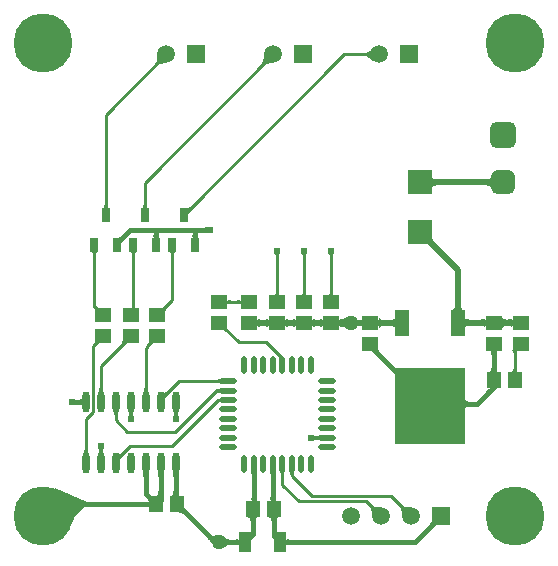
<source format=gtl>
G04*
G04 #@! TF.GenerationSoftware,Altium Limited,Altium Designer,18.1.9 (240)*
G04*
G04 Layer_Physical_Order=1*
G04 Layer_Color=255*
%FSLAX25Y25*%
%MOIN*%
G70*
G01*
G75*
%ADD13C,0.01000*%
%ADD15C,0.02000*%
%ADD18O,0.02362X0.07087*%
%ADD19O,0.02165X0.05906*%
%ADD20O,0.05906X0.02165*%
%ADD21R,0.04567X0.05787*%
%ADD22R,0.05787X0.04567*%
%ADD23R,0.04449X0.07087*%
%ADD24R,0.07874X0.07874*%
%ADD25R,0.23622X0.25591*%
%ADD26R,0.04724X0.08661*%
%ADD27R,0.02756X0.04921*%
%ADD45C,0.01500*%
G04:AMPARAMS|DCode=46|XSize=86.61mil|YSize=86.61mil|CornerRadius=21.65mil|HoleSize=0mil|Usage=FLASHONLY|Rotation=270.000|XOffset=0mil|YOffset=0mil|HoleType=Round|Shape=RoundedRectangle|*
%AMROUNDEDRECTD46*
21,1,0.08661,0.04331,0,0,270.0*
21,1,0.04331,0.08661,0,0,270.0*
1,1,0.04331,-0.02165,-0.02165*
1,1,0.04331,-0.02165,0.02165*
1,1,0.04331,0.02165,0.02165*
1,1,0.04331,0.02165,-0.02165*
%
%ADD46ROUNDEDRECTD46*%
G04:AMPARAMS|DCode=47|XSize=78.74mil|YSize=78.74mil|CornerRadius=19.68mil|HoleSize=0mil|Usage=FLASHONLY|Rotation=270.000|XOffset=0mil|YOffset=0mil|HoleType=Round|Shape=RoundedRectangle|*
%AMROUNDEDRECTD47*
21,1,0.07874,0.03937,0,0,270.0*
21,1,0.03937,0.07874,0,0,270.0*
1,1,0.03937,-0.01968,-0.01968*
1,1,0.03937,-0.01968,0.01968*
1,1,0.03937,0.01968,0.01968*
1,1,0.03937,0.01968,-0.01968*
%
%ADD47ROUNDEDRECTD47*%
%ADD48R,0.05906X0.05906*%
%ADD49C,0.05906*%
%ADD50C,0.02400*%
%ADD51C,0.05000*%
%ADD52C,0.19685*%
G36*
X129624Y171339D02*
X129321Y171636D01*
X128747Y172138D01*
X128475Y172342D01*
X128212Y172514D01*
X127960Y172655D01*
X127718Y172765D01*
X127485Y172843D01*
X127263Y172890D01*
X127050Y172906D01*
Y173906D01*
X127263Y173921D01*
X127485Y173968D01*
X127718Y174047D01*
X127960Y174156D01*
X128212Y174297D01*
X128475Y174470D01*
X128747Y174673D01*
X129321Y175175D01*
X129624Y175472D01*
Y171339D01*
D02*
G37*
G36*
X96270Y170453D02*
X95846Y170450D01*
X95085Y170398D01*
X94748Y170350D01*
X94441Y170286D01*
X94163Y170207D01*
X93914Y170114D01*
X93694Y170005D01*
X93503Y169881D01*
X93342Y169741D01*
X92635Y170449D01*
X92774Y170610D01*
X92898Y170800D01*
X93007Y171020D01*
X93101Y171269D01*
X93180Y171547D01*
X93243Y171854D01*
X93292Y172191D01*
X93343Y172952D01*
X93347Y173376D01*
X96270Y170453D01*
D02*
G37*
G36*
X60837D02*
X60412Y170450D01*
X59652Y170398D01*
X59315Y170350D01*
X59008Y170286D01*
X58730Y170207D01*
X58481Y170114D01*
X58261Y170005D01*
X58070Y169881D01*
X57909Y169741D01*
X57202Y170449D01*
X57341Y170610D01*
X57465Y170800D01*
X57574Y171020D01*
X57668Y171269D01*
X57747Y171547D01*
X57810Y171854D01*
X57859Y172191D01*
X57910Y172952D01*
X57914Y173376D01*
X60837Y170453D01*
D02*
G37*
G36*
X169034Y128769D02*
X169012Y128959D01*
X168950Y129129D01*
X168848Y129279D01*
X168705Y129408D01*
X168522Y129518D01*
X168298Y129608D01*
X168034Y129678D01*
X167730Y129728D01*
X167385Y129758D01*
X166999Y129768D01*
Y131768D01*
X167382Y131778D01*
X167725Y131808D01*
X168027Y131858D01*
X168289Y131928D01*
X168511Y132018D01*
X168692Y132128D01*
X168832Y132258D01*
X168932Y132408D01*
X168992Y132578D01*
X169011Y132768D01*
X169034Y128769D01*
D02*
G37*
G36*
X149433Y132578D02*
X149494Y132408D01*
X149594Y132258D01*
X149735Y132128D01*
X149916Y132018D01*
X150137Y131928D01*
X150399Y131858D01*
X150701Y131808D01*
X151043Y131778D01*
X151425Y131768D01*
Y129768D01*
X151043Y129758D01*
X150701Y129728D01*
X150399Y129678D01*
X150137Y129608D01*
X149916Y129518D01*
X149735Y129408D01*
X149594Y129278D01*
X149494Y129128D01*
X149433Y128958D01*
X149413Y128768D01*
Y132768D01*
X149433Y132578D01*
D02*
G37*
G36*
X54099Y123026D02*
X54114Y122856D01*
X54139Y122706D01*
X54174Y122576D01*
X54219Y122466D01*
X54274Y122376D01*
X54339Y122306D01*
X54414Y122256D01*
X54499Y122226D01*
X54594Y122216D01*
X52594D01*
X52689Y122226D01*
X52774Y122256D01*
X52849Y122306D01*
X52914Y122376D01*
X52969Y122466D01*
X53014Y122576D01*
X53049Y122706D01*
X53074Y122856D01*
X53089Y123026D01*
X53094Y123216D01*
X54094D01*
X54099Y123026D01*
D02*
G37*
G36*
X41099D02*
X41114Y122856D01*
X41139Y122706D01*
X41174Y122576D01*
X41219Y122466D01*
X41274Y122376D01*
X41339Y122306D01*
X41414Y122256D01*
X41499Y122226D01*
X41594Y122216D01*
X39594D01*
X39689Y122226D01*
X39774Y122256D01*
X39849Y122306D01*
X39914Y122376D01*
X39969Y122466D01*
X40014Y122576D01*
X40049Y122706D01*
X40074Y122856D01*
X40089Y123026D01*
X40094Y123216D01*
X41094D01*
X41099Y123026D01*
D02*
G37*
G36*
X68667Y121134D02*
X68531Y120991D01*
X68410Y120848D01*
X68302Y120706D01*
X68209Y120564D01*
X68130Y120422D01*
X68065Y120281D01*
X68015Y120140D01*
X67978Y120000D01*
X67956Y119859D01*
X67948Y119720D01*
X67960Y122216D01*
X68035Y122220D01*
X68109Y122230D01*
X68182Y122246D01*
X68254Y122269D01*
X68325Y122299D01*
X68395Y122336D01*
X68465Y122379D01*
X68533Y122429D01*
X68601Y122485D01*
X68667Y122548D01*
Y121134D01*
D02*
G37*
G36*
X74493Y114160D02*
X74470Y114177D01*
X74433Y114192D01*
X74384Y114206D01*
X74323Y114218D01*
X74249Y114227D01*
X74064Y114242D01*
X73694Y114250D01*
Y115750D01*
X73830Y115751D01*
X74323Y115782D01*
X74384Y115794D01*
X74433Y115808D01*
X74470Y115823D01*
X74493Y115840D01*
Y114160D01*
D02*
G37*
G36*
X71091Y113589D02*
X71140Y113109D01*
X71183Y112914D01*
X71239Y112749D01*
X71306Y112614D01*
X71386Y112509D01*
X71479Y112434D01*
X71583Y112389D01*
X71701Y112374D01*
X68969D01*
X69086Y112389D01*
X69190Y112434D01*
X69283Y112509D01*
X69363Y112614D01*
X69431Y112749D01*
X69486Y112914D01*
X69529Y113109D01*
X69560Y113334D01*
X69578Y113589D01*
X69585Y113874D01*
X71085D01*
X71091Y113589D01*
D02*
G37*
G36*
X58091D02*
X58140Y113109D01*
X58183Y112914D01*
X58239Y112749D01*
X58306Y112614D01*
X58386Y112509D01*
X58479Y112434D01*
X58583Y112389D01*
X58701Y112374D01*
X55969D01*
X56086Y112389D01*
X56190Y112434D01*
X56283Y112509D01*
X56363Y112614D01*
X56431Y112749D01*
X56486Y112914D01*
X56529Y113109D01*
X56560Y113334D01*
X56578Y113589D01*
X56585Y113874D01*
X58085D01*
X58091Y113589D01*
D02*
G37*
G36*
X46761Y111802D02*
X46489Y111519D01*
X46054Y111000D01*
X45891Y110764D01*
X45766Y110544D01*
X45677Y110340D01*
X45625Y110152D01*
X45609Y109979D01*
X45630Y109822D01*
X45689Y109681D01*
X44151Y112362D01*
X44241Y112253D01*
X44358Y112191D01*
X44502Y112179D01*
X44674Y112214D01*
X44872Y112297D01*
X45098Y112428D01*
X45351Y112608D01*
X45631Y112835D01*
X46272Y113435D01*
X46761Y111802D01*
D02*
G37*
G36*
X149312Y112980D02*
X149255Y112796D01*
Y112584D01*
X149312Y112344D01*
X149425Y112075D01*
X149595Y111778D01*
X149821Y111453D01*
X150104Y111099D01*
X150839Y110307D01*
X149425Y108893D01*
X149015Y109289D01*
X148280Y109911D01*
X147954Y110137D01*
X147657Y110307D01*
X147389Y110420D01*
X147148Y110477D01*
X146936D01*
X146752Y110420D01*
X146597Y110307D01*
X149425Y113136D01*
X149312Y112980D01*
D02*
G37*
G36*
X63759Y107478D02*
X63674Y107448D01*
X63599Y107397D01*
X63534Y107327D01*
X63479Y107236D01*
X63434Y107124D01*
X63399Y106993D01*
X63374Y106841D01*
X63359Y106669D01*
X63354Y106477D01*
X62354D01*
X62349Y106669D01*
X62334Y106841D01*
X62309Y106993D01*
X62274Y107124D01*
X62229Y107236D01*
X62174Y107327D01*
X62109Y107397D01*
X62034Y107448D01*
X61949Y107478D01*
X61854Y107489D01*
X63854D01*
X63759Y107478D01*
D02*
G37*
G36*
X50759D02*
X50674Y107448D01*
X50599Y107397D01*
X50534Y107327D01*
X50479Y107236D01*
X50434Y107124D01*
X50399Y106993D01*
X50374Y106841D01*
X50359Y106669D01*
X50354Y106477D01*
X49354D01*
X49349Y106669D01*
X49334Y106841D01*
X49309Y106993D01*
X49274Y107124D01*
X49229Y107236D01*
X49174Y107327D01*
X49109Y107397D01*
X49034Y107448D01*
X48949Y107478D01*
X48854Y107489D01*
X50854D01*
X50759Y107478D01*
D02*
G37*
G36*
X37759D02*
X37674Y107448D01*
X37599Y107397D01*
X37534Y107327D01*
X37479Y107236D01*
X37434Y107124D01*
X37399Y106993D01*
X37374Y106841D01*
X37359Y106669D01*
X37354Y106477D01*
X36354D01*
X36349Y106669D01*
X36334Y106841D01*
X36309Y106993D01*
X36274Y107124D01*
X36229Y107236D01*
X36174Y107327D01*
X36109Y107397D01*
X36034Y107448D01*
X35949Y107478D01*
X35854Y107489D01*
X37854D01*
X37759Y107478D01*
D02*
G37*
G36*
X116567Y107073D02*
X116509Y106998D01*
X116458Y106917D01*
X116414Y106830D01*
X116376Y106738D01*
X116346Y106640D01*
X116322Y106536D01*
X116305Y106426D01*
X116295Y106310D01*
X116291Y106189D01*
X115291D01*
X115288Y106310D01*
X115278Y106426D01*
X115261Y106536D01*
X115237Y106640D01*
X115206Y106738D01*
X115169Y106830D01*
X115125Y106917D01*
X115074Y106998D01*
X115016Y107073D01*
X114951Y107143D01*
X116631D01*
X116567Y107073D01*
D02*
G37*
G36*
X107567D02*
X107509Y106998D01*
X107458Y106917D01*
X107414Y106830D01*
X107376Y106738D01*
X107346Y106640D01*
X107322Y106536D01*
X107305Y106426D01*
X107295Y106310D01*
X107291Y106189D01*
X106291D01*
X106288Y106310D01*
X106278Y106426D01*
X106261Y106536D01*
X106237Y106640D01*
X106206Y106738D01*
X106169Y106830D01*
X106125Y106917D01*
X106074Y106998D01*
X106016Y107073D01*
X105951Y107143D01*
X107631D01*
X107567Y107073D01*
D02*
G37*
G36*
X98567D02*
X98509Y106998D01*
X98458Y106917D01*
X98414Y106830D01*
X98376Y106738D01*
X98346Y106640D01*
X98322Y106536D01*
X98305Y106426D01*
X98295Y106310D01*
X98291Y106189D01*
X97291D01*
X97288Y106310D01*
X97278Y106426D01*
X97261Y106536D01*
X97237Y106640D01*
X97206Y106738D01*
X97169Y106830D01*
X97125Y106917D01*
X97074Y106998D01*
X97016Y107073D01*
X96951Y107143D01*
X98631D01*
X98567Y107073D01*
D02*
G37*
G36*
X116296Y93989D02*
X116311Y93817D01*
X116336Y93665D01*
X116371Y93533D01*
X116416Y93422D01*
X116471Y93331D01*
X116536Y93260D01*
X116611Y93209D01*
X116696Y93179D01*
X116791Y93169D01*
X114791D01*
X114886Y93179D01*
X114971Y93209D01*
X115046Y93260D01*
X115111Y93331D01*
X115166Y93422D01*
X115211Y93533D01*
X115246Y93665D01*
X115271Y93817D01*
X115286Y93989D01*
X115291Y94181D01*
X116291D01*
X116296Y93989D01*
D02*
G37*
G36*
X107296D02*
X107311Y93817D01*
X107336Y93665D01*
X107371Y93533D01*
X107416Y93422D01*
X107471Y93331D01*
X107536Y93260D01*
X107611Y93209D01*
X107696Y93179D01*
X107791Y93169D01*
X105791D01*
X105886Y93179D01*
X105971Y93209D01*
X106046Y93260D01*
X106111Y93331D01*
X106166Y93422D01*
X106211Y93533D01*
X106246Y93665D01*
X106271Y93817D01*
X106286Y93989D01*
X106291Y94181D01*
X107291D01*
X107296Y93989D01*
D02*
G37*
G36*
X98296D02*
X98311Y93817D01*
X98336Y93665D01*
X98371Y93533D01*
X98416Y93422D01*
X98471Y93331D01*
X98536Y93260D01*
X98611Y93209D01*
X98696Y93179D01*
X98791Y93169D01*
X96791D01*
X96886Y93179D01*
X96971Y93209D01*
X97046Y93260D01*
X97111Y93331D01*
X97166Y93422D01*
X97211Y93533D01*
X97246Y93665D01*
X97271Y93817D01*
X97286Y93989D01*
X97291Y94181D01*
X98291D01*
X98296Y93989D01*
D02*
G37*
G36*
X85575Y89910D02*
X85565Y90005D01*
X85535Y90090D01*
X85484Y90165D01*
X85413Y90230D01*
X85322Y90285D01*
X85211Y90330D01*
X85079Y90365D01*
X84927Y90390D01*
X84755Y90405D01*
X84563Y90410D01*
Y91410D01*
X84755Y91415D01*
X84927Y91430D01*
X85079Y91455D01*
X85211Y91490D01*
X85322Y91535D01*
X85413Y91590D01*
X85484Y91655D01*
X85535Y91730D01*
X85565Y91815D01*
X85575Y91910D01*
Y89910D01*
D02*
G37*
G36*
X81325Y91815D02*
X81355Y91730D01*
X81406Y91655D01*
X81476Y91590D01*
X81568Y91535D01*
X81679Y91490D01*
X81810Y91455D01*
X81962Y91430D01*
X82134Y91415D01*
X82327Y91410D01*
Y90410D01*
X82134Y90405D01*
X81962Y90390D01*
X81810Y90365D01*
X81679Y90330D01*
X81568Y90285D01*
X81476Y90230D01*
X81406Y90165D01*
X81355Y90090D01*
X81325Y90005D01*
X81314Y89910D01*
Y91910D01*
X81325Y91815D01*
D02*
G37*
G36*
X50359Y89583D02*
X50374Y89411D01*
X50399Y89259D01*
X50434Y89128D01*
X50479Y89016D01*
X50534Y88925D01*
X50599Y88854D01*
X50674Y88804D01*
X50759Y88774D01*
X50854Y88763D01*
X48854D01*
X48949Y88774D01*
X49034Y88804D01*
X49109Y88854D01*
X49174Y88925D01*
X49229Y89016D01*
X49274Y89128D01*
X49309Y89259D01*
X49334Y89411D01*
X49349Y89583D01*
X49354Y89776D01*
X50354D01*
X50359Y89583D01*
D02*
G37*
G36*
X61439Y89386D02*
X61213Y89152D01*
X60863Y88747D01*
X60739Y88575D01*
X60650Y88423D01*
X60596Y88292D01*
X60575Y88181D01*
X60589Y88091D01*
X60637Y88021D01*
X60720Y87972D01*
X58708Y88763D01*
X58811Y88735D01*
X58924Y88729D01*
X59044Y88746D01*
X59173Y88784D01*
X59311Y88845D01*
X59456Y88928D01*
X59610Y89033D01*
X59772Y89161D01*
X59943Y89311D01*
X60122Y89483D01*
X61439Y89386D01*
D02*
G37*
G36*
X159048Y89861D02*
X159078Y89521D01*
X159128Y89221D01*
X159198Y88961D01*
X159288Y88741D01*
X159398Y88561D01*
X159528Y88421D01*
X159678Y88321D01*
X159848Y88261D01*
X160038Y88241D01*
X156038D01*
X156228Y88261D01*
X156398Y88321D01*
X156548Y88421D01*
X156678Y88561D01*
X156788Y88741D01*
X156878Y88961D01*
X156948Y89221D01*
X156998Y89521D01*
X157028Y89861D01*
X157038Y90241D01*
X159038D01*
X159048Y89861D01*
D02*
G37*
G36*
X37758Y89311D02*
X38091Y89033D01*
X38245Y88928D01*
X38390Y88845D01*
X38527Y88784D01*
X38656Y88746D01*
X38777Y88729D01*
X38889Y88735D01*
X38993Y88763D01*
X36981Y87972D01*
X37066Y88019D01*
X37121Y88081D01*
X37147Y88160D01*
X37143Y88254D01*
X37110Y88363D01*
X37047Y88489D01*
X36955Y88630D01*
X36833Y88786D01*
X36682Y88959D01*
X36501Y89147D01*
X37579Y89483D01*
X37758Y89311D01*
D02*
G37*
G36*
X176118Y82004D02*
X176098Y82194D01*
X176038Y82364D01*
X175938Y82514D01*
X175798Y82644D01*
X175618Y82754D01*
X175398Y82844D01*
X175138Y82914D01*
X174838Y82964D01*
X174500Y82994D01*
X174162Y82964D01*
X173862Y82914D01*
X173602Y82844D01*
X173382Y82754D01*
X173202Y82644D01*
X173062Y82514D01*
X172962Y82364D01*
X172902Y82194D01*
X172882Y82004D01*
Y86004D01*
X172902Y85814D01*
X172962Y85644D01*
X173062Y85494D01*
X173202Y85364D01*
X173382Y85254D01*
X173602Y85164D01*
X173862Y85094D01*
X174162Y85044D01*
X174500Y85014D01*
X174838Y85044D01*
X175138Y85094D01*
X175398Y85164D01*
X175618Y85254D01*
X175798Y85364D01*
X175938Y85494D01*
X176038Y85644D01*
X176098Y85814D01*
X176118Y86004D01*
Y82004D01*
D02*
G37*
G36*
X112910Y81910D02*
X112890Y82100D01*
X112830Y82270D01*
X112730Y82420D01*
X112590Y82550D01*
X112410Y82660D01*
X112190Y82750D01*
X111930Y82820D01*
X111630Y82870D01*
X111290Y82899D01*
X110949Y82870D01*
X110647Y82820D01*
X110385Y82750D01*
X110164Y82660D01*
X109983Y82550D01*
X109842Y82420D01*
X109742Y82270D01*
X109681Y82100D01*
X109661Y81910D01*
Y85910D01*
X109681Y85720D01*
X109742Y85550D01*
X109842Y85400D01*
X109983Y85270D01*
X110164Y85160D01*
X110385Y85070D01*
X110647Y85000D01*
X110949Y84950D01*
X111290Y84920D01*
X111630Y84950D01*
X111930Y85000D01*
X112190Y85070D01*
X112410Y85160D01*
X112590Y85270D01*
X112730Y85400D01*
X112830Y85550D01*
X112890Y85720D01*
X112910Y85910D01*
Y81910D01*
D02*
G37*
G36*
X103910D02*
X103890Y82100D01*
X103830Y82270D01*
X103730Y82420D01*
X103590Y82550D01*
X103410Y82660D01*
X103190Y82750D01*
X102930Y82820D01*
X102630Y82870D01*
X102290Y82899D01*
X101949Y82870D01*
X101647Y82820D01*
X101385Y82750D01*
X101164Y82660D01*
X100983Y82550D01*
X100842Y82420D01*
X100742Y82270D01*
X100681Y82100D01*
X100661Y81910D01*
Y85910D01*
X100681Y85720D01*
X100742Y85550D01*
X100842Y85400D01*
X100983Y85270D01*
X101164Y85160D01*
X101385Y85070D01*
X101647Y85000D01*
X101949Y84950D01*
X102290Y84920D01*
X102630Y84950D01*
X102930Y85000D01*
X103190Y85070D01*
X103410Y85160D01*
X103590Y85270D01*
X103730Y85400D01*
X103830Y85550D01*
X103890Y85720D01*
X103910Y85910D01*
Y81910D01*
D02*
G37*
G36*
X94910D02*
X94890Y82100D01*
X94830Y82270D01*
X94730Y82420D01*
X94590Y82550D01*
X94410Y82660D01*
X94190Y82750D01*
X93930Y82820D01*
X93630Y82870D01*
X93290Y82900D01*
X93118Y82904D01*
X92946Y82900D01*
X92607Y82870D01*
X92307Y82820D01*
X92046Y82750D01*
X91826Y82660D01*
X91646Y82550D01*
X91506Y82420D01*
X91407Y82270D01*
X91347Y82100D01*
X91326Y81910D01*
Y85910D01*
X91347Y85720D01*
X91407Y85550D01*
X91506Y85400D01*
X91646Y85270D01*
X91826Y85160D01*
X92046Y85070D01*
X92307Y85000D01*
X92607Y84950D01*
X92946Y84920D01*
X93118Y84915D01*
X93290Y84920D01*
X93630Y84950D01*
X93930Y85000D01*
X94190Y85070D01*
X94410Y85160D01*
X94590Y85270D01*
X94730Y85400D01*
X94830Y85550D01*
X94890Y85720D01*
X94910Y85910D01*
Y81910D01*
D02*
G37*
G36*
X118681Y85720D02*
X118742Y85550D01*
X118842Y85400D01*
X118983Y85270D01*
X119164Y85160D01*
X119385Y85070D01*
X119481Y85044D01*
X119655Y85103D01*
X119847Y85189D01*
X120028Y85289D01*
X120198Y85405D01*
X120356Y85537D01*
X120503Y85684D01*
X120531Y84913D01*
X120673Y84910D01*
Y82910D01*
X120603Y82908D01*
X120630Y82187D01*
X120472Y82324D01*
X120305Y82447D01*
X120127Y82555D01*
X119939Y82649D01*
X119741Y82729D01*
X119542Y82791D01*
X119385Y82750D01*
X119164Y82660D01*
X118983Y82550D01*
X118842Y82420D01*
X118742Y82270D01*
X118681Y82100D01*
X118661Y81910D01*
Y82908D01*
X118601Y82910D01*
X118522Y84910D01*
X118661Y84914D01*
Y85910D01*
X118681Y85720D01*
D02*
G37*
G36*
X167130Y82004D02*
X167110Y82194D01*
X167050Y82364D01*
X166949Y82514D01*
X166808Y82644D01*
X166627Y82754D01*
X166406Y82844D01*
X166144Y82914D01*
X165843Y82964D01*
X165501Y82994D01*
X165118Y83004D01*
Y85004D01*
X165501Y85014D01*
X165843Y85044D01*
X166144Y85094D01*
X166406Y85164D01*
X166627Y85254D01*
X166808Y85364D01*
X166949Y85494D01*
X167050Y85644D01*
X167110Y85814D01*
X167130Y86004D01*
Y82004D01*
D02*
G37*
G36*
X160396Y85814D02*
X160456Y85644D01*
X160557Y85494D01*
X160698Y85364D01*
X160879Y85254D01*
X161100Y85164D01*
X161362Y85094D01*
X161663Y85044D01*
X162005Y85014D01*
X162388Y85004D01*
Y83004D01*
X162005Y82994D01*
X161663Y82964D01*
X161362Y82914D01*
X161100Y82844D01*
X160879Y82754D01*
X160698Y82644D01*
X160557Y82514D01*
X160456Y82364D01*
X160396Y82194D01*
X160376Y82004D01*
Y86004D01*
X160396Y85814D01*
D02*
G37*
G36*
X137107Y81922D02*
X137086Y82112D01*
X137026Y82282D01*
X136925Y82432D01*
X136785Y82562D01*
X136604Y82672D01*
X136382Y82762D01*
X136121Y82832D01*
X135819Y82882D01*
X135477Y82912D01*
X135095Y82922D01*
Y84922D01*
X135477Y84932D01*
X135819Y84962D01*
X136121Y85012D01*
X136382Y85082D01*
X136604Y85172D01*
X136785Y85282D01*
X136925Y85412D01*
X137026Y85562D01*
X137086Y85732D01*
X137107Y85922D01*
Y81922D01*
D02*
G37*
G36*
X131752Y85732D02*
X131812Y85562D01*
X131912Y85412D01*
X132052Y85282D01*
X132232Y85172D01*
X132452Y85082D01*
X132712Y85012D01*
X133012Y84962D01*
X133352Y84932D01*
X133732Y84922D01*
Y82922D01*
X133352Y82912D01*
X133012Y82882D01*
X132712Y82832D01*
X132452Y82762D01*
X132232Y82672D01*
X132052Y82562D01*
X131912Y82432D01*
X131812Y82282D01*
X131752Y82112D01*
X131732Y81922D01*
Y85922D01*
X131752Y85732D01*
D02*
G37*
G36*
X81232Y82385D02*
X81184Y82315D01*
X81170Y82224D01*
X81190Y82114D01*
X81245Y81982D01*
X81334Y81831D01*
X81457Y81659D01*
X81615Y81466D01*
X82034Y81020D01*
X80716Y80923D01*
X80537Y81095D01*
X80204Y81372D01*
X80051Y81477D01*
X79905Y81560D01*
X79768Y81621D01*
X79639Y81660D01*
X79518Y81676D01*
X79406Y81670D01*
X79302Y81642D01*
X81314Y82434D01*
X81232Y82385D01*
D02*
G37*
G36*
X38993Y77236D02*
X38889Y77265D01*
X38777Y77271D01*
X38656Y77254D01*
X38527Y77216D01*
X38390Y77155D01*
X38245Y77072D01*
X38091Y76967D01*
X37928Y76839D01*
X37758Y76689D01*
X37579Y76517D01*
X36262Y76614D01*
X36488Y76848D01*
X36838Y77253D01*
X36961Y77425D01*
X37050Y77577D01*
X37105Y77708D01*
X37126Y77819D01*
X37111Y77909D01*
X37063Y77979D01*
X36981Y78029D01*
X38993Y77236D01*
D02*
G37*
G36*
X56993Y77236D02*
X56889Y77265D01*
X56777Y77271D01*
X56656Y77254D01*
X56527Y77216D01*
X56390Y77155D01*
X56245Y77072D01*
X56091Y76967D01*
X55928Y76839D01*
X55758Y76689D01*
X55579Y76517D01*
X54262Y76614D01*
X54488Y76848D01*
X54838Y77253D01*
X54961Y77425D01*
X55050Y77577D01*
X55105Y77708D01*
X55125Y77819D01*
X55111Y77909D01*
X55063Y77979D01*
X54981Y78029D01*
X56993Y77236D01*
D02*
G37*
G36*
X48087D02*
X47984Y77265D01*
X47871Y77271D01*
X47751Y77254D01*
X47622Y77216D01*
X47485Y77155D01*
X47339Y77072D01*
X47185Y76967D01*
X47023Y76839D01*
X46852Y76689D01*
X46673Y76517D01*
X45356Y76614D01*
X45582Y76848D01*
X45932Y77253D01*
X46056Y77425D01*
X46145Y77577D01*
X46200Y77708D01*
X46220Y77819D01*
X46206Y77909D01*
X46158Y77979D01*
X46075Y78029D01*
X48087Y77236D01*
D02*
G37*
G36*
X177909Y74726D02*
X177824Y74695D01*
X177749Y74644D01*
X177684Y74573D01*
X177629Y74482D01*
X177584Y74371D01*
X177549Y74239D01*
X177524Y74088D01*
X177509Y73916D01*
X177504Y73725D01*
X176504D01*
X176500Y73914D01*
X176469Y74234D01*
X176442Y74365D01*
X176408Y74475D01*
X176365Y74564D01*
X176315Y74634D01*
X176257Y74685D01*
X176192Y74714D01*
X176118Y74725D01*
X178004Y74736D01*
X177909Y74726D01*
D02*
G37*
G36*
X131732Y74725D02*
X131740Y74661D01*
X131763Y74589D01*
X131801Y74506D01*
X131855Y74415D01*
X131924Y74313D01*
X132009Y74203D01*
X132224Y73952D01*
X132501Y73664D01*
X130380D01*
X130166Y73867D01*
X129953Y74049D01*
X129740Y74209D01*
X129527Y74349D01*
X129315Y74467D01*
X129103Y74563D01*
X128891Y74638D01*
X128680Y74692D01*
X128469Y74725D01*
X128258Y74736D01*
X131732Y74725D01*
D02*
G37*
G36*
X171358Y74721D02*
X171230Y74676D01*
X171117Y74600D01*
X171020Y74495D01*
X170938Y74358D01*
X170870Y74192D01*
X170817Y73996D01*
X170780Y73769D01*
X170757Y73512D01*
X170750Y73225D01*
X169250D01*
X169243Y73512D01*
X169220Y73769D01*
X169183Y73996D01*
X169130Y74192D01*
X169062Y74358D01*
X168980Y74495D01*
X168883Y74600D01*
X168770Y74676D01*
X168642Y74721D01*
X168500Y74736D01*
X171500D01*
X171358Y74721D01*
D02*
G37*
G36*
X98773Y73528D02*
X99141Y73219D01*
X99256Y73141D01*
X99366Y73074D01*
X99471Y73019D01*
X99573Y72977D01*
X99670Y72947D01*
X99764Y72929D01*
X98416Y71772D01*
X98478Y71842D01*
X98512Y71926D01*
X98519Y72023D01*
X98500Y72133D01*
X98453Y72256D01*
X98379Y72392D01*
X98279Y72542D01*
X98151Y72704D01*
X97996Y72879D01*
X97815Y73068D01*
X98642Y73655D01*
X98773Y73528D01*
D02*
G37*
G36*
X177509Y68501D02*
X177524Y68329D01*
X177549Y68177D01*
X177584Y68045D01*
X177629Y67934D01*
X177684Y67843D01*
X177749Y67772D01*
X177824Y67721D01*
X177909Y67691D01*
X178004Y67681D01*
X176004D01*
X176099Y67691D01*
X176184Y67721D01*
X176259Y67772D01*
X176324Y67843D01*
X176379Y67934D01*
X176424Y68045D01*
X176459Y68177D01*
X176484Y68329D01*
X176499Y68501D01*
X176504Y68693D01*
X177504D01*
X177509Y68501D01*
D02*
G37*
G36*
X170757Y68906D02*
X170780Y68649D01*
X170817Y68422D01*
X170870Y68225D01*
X170938Y68059D01*
X171020Y67923D01*
X171117Y67817D01*
X171230Y67741D01*
X171358Y67696D01*
X171500Y67681D01*
X168500D01*
X168642Y67696D01*
X168770Y67741D01*
X168883Y67817D01*
X168980Y67923D01*
X169062Y68059D01*
X169130Y68225D01*
X169183Y68422D01*
X169220Y68649D01*
X169243Y68906D01*
X169250Y69193D01*
X170750D01*
X170757Y68906D01*
D02*
G37*
G36*
X136311Y69865D02*
X136922Y69337D01*
X137181Y69151D01*
X137409Y69018D01*
X137606Y68937D01*
X137771Y68908D01*
X137905Y68931D01*
X138008Y69007D01*
X138079Y69134D01*
X136954Y66041D01*
X136994Y66200D01*
X137001Y66372D01*
X136975Y66555D01*
X136917Y66749D01*
X136826Y66956D01*
X136702Y67173D01*
X136546Y67403D01*
X136357Y67644D01*
X136136Y67897D01*
X135881Y68162D01*
X135958Y70207D01*
X136311Y69865D01*
D02*
G37*
G36*
X139654Y66512D02*
X140025Y66185D01*
X140077Y66150D01*
X140121Y66125D01*
X140158Y66110D01*
X140187Y66106D01*
X138999Y64918D01*
X138994Y64947D01*
X138979Y64983D01*
X138954Y65027D01*
X138919Y65079D01*
X138874Y65138D01*
X138753Y65279D01*
X138497Y65547D01*
X139557Y66607D01*
X139654Y66512D01*
D02*
G37*
G36*
X78964Y63569D02*
X78848Y63651D01*
X78726Y63725D01*
X78599Y63791D01*
X78466Y63847D01*
X78327Y63895D01*
X78184Y63934D01*
X78034Y63965D01*
X77879Y63987D01*
X77718Y64000D01*
X77552Y64004D01*
Y65004D01*
X77718Y65008D01*
X77879Y65021D01*
X78034Y65043D01*
X78184Y65074D01*
X78327Y65113D01*
X78466Y65161D01*
X78599Y65217D01*
X78726Y65282D01*
X78848Y65356D01*
X78964Y65439D01*
Y63569D01*
D02*
G37*
G36*
X141403Y64865D02*
X141418Y64828D01*
X141443Y64784D01*
X141478Y64732D01*
X141523Y64673D01*
X141644Y64532D01*
X141900Y64264D01*
X140840Y63204D01*
X140743Y63299D01*
X140372Y63626D01*
X140320Y63661D01*
X140276Y63686D01*
X140240Y63701D01*
X140211Y63706D01*
X141399Y64894D01*
X141403Y64865D01*
D02*
G37*
G36*
X171335Y61919D02*
X171123Y61887D01*
X170910Y61834D01*
X170698Y61760D01*
X170486Y61664D01*
X170274Y61548D01*
X170062Y61410D01*
X169850Y61251D01*
X169638Y61070D01*
X169425Y60869D01*
X167304D01*
X167499Y61070D01*
X167788Y61410D01*
X167881Y61548D01*
X167940Y61664D01*
X167965Y61760D01*
X167956Y61834D01*
X167913Y61887D01*
X167836Y61919D01*
X167725Y61930D01*
X171547D01*
X171335Y61919D01*
D02*
G37*
G36*
X54450Y61787D02*
X54489Y61324D01*
X54523Y61135D01*
X54567Y60976D01*
X54621Y60846D01*
X54685Y60744D01*
X54759Y60672D01*
X54842Y60628D01*
X54935Y60614D01*
X52954D01*
X53048Y60628D01*
X53131Y60672D01*
X53204Y60744D01*
X53268Y60846D01*
X53322Y60976D01*
X53366Y61135D01*
X53401Y61324D01*
X53425Y61541D01*
X53440Y61787D01*
X53445Y62062D01*
X54445D01*
X54450Y61787D01*
D02*
G37*
G36*
X39450D02*
X39489Y61324D01*
X39523Y61135D01*
X39567Y60976D01*
X39621Y60846D01*
X39685Y60744D01*
X39759Y60672D01*
X39842Y60628D01*
X39935Y60614D01*
X37954D01*
X38048Y60628D01*
X38131Y60672D01*
X38205Y60744D01*
X38268Y60846D01*
X38322Y60976D01*
X38366Y61135D01*
X38401Y61324D01*
X38425Y61541D01*
X38440Y61787D01*
X38445Y62062D01*
X39445D01*
X39450Y61787D01*
D02*
G37*
G36*
X60831Y59692D02*
X60681Y59535D01*
X60432Y59231D01*
X60334Y59084D01*
X60254Y58941D01*
X60190Y58801D01*
X60145Y58665D01*
X60116Y58532D01*
X60105Y58403D01*
X60112Y58278D01*
X59803Y60787D01*
X59826Y60676D01*
X59866Y60596D01*
X59923Y60545D01*
X59996Y60526D01*
X60085Y60537D01*
X60190Y60579D01*
X60312Y60651D01*
X60451Y60754D01*
X60605Y60887D01*
X60776Y61051D01*
X60831Y59692D01*
D02*
G37*
G36*
X78964Y60419D02*
X78848Y60502D01*
X78726Y60576D01*
X78599Y60641D01*
X78466Y60698D01*
X78327Y60746D01*
X78184Y60785D01*
X78034Y60815D01*
X77879Y60837D01*
X77718Y60850D01*
X77552Y60854D01*
Y61854D01*
X77718Y61859D01*
X77879Y61872D01*
X78034Y61894D01*
X78184Y61924D01*
X78327Y61963D01*
X78466Y62011D01*
X78599Y62068D01*
X78726Y62133D01*
X78848Y62207D01*
X78964Y62290D01*
Y60419D01*
D02*
G37*
G36*
X145154Y61012D02*
X145525Y60685D01*
X145577Y60650D01*
X145621Y60625D01*
X145658Y60610D01*
X145687Y60606D01*
X144499Y59418D01*
X144494Y59447D01*
X144479Y59483D01*
X144454Y59527D01*
X144419Y59579D01*
X144374Y59638D01*
X144253Y59779D01*
X143997Y60047D01*
X145057Y61107D01*
X145154Y61012D01*
D02*
G37*
G36*
X146903Y59365D02*
X146918Y59328D01*
X146943Y59284D01*
X146978Y59232D01*
X147023Y59173D01*
X147144Y59032D01*
X147400Y58764D01*
X146340Y57704D01*
X146243Y57799D01*
X145872Y58126D01*
X145820Y58161D01*
X145776Y58186D01*
X145740Y58201D01*
X145711Y58206D01*
X146898Y59394D01*
X146903Y59365D01*
D02*
G37*
G36*
X30231Y58323D02*
X30268Y58308D01*
X30316Y58294D01*
X30378Y58282D01*
X30451Y58272D01*
X30636Y58258D01*
X31007Y58250D01*
Y56750D01*
X30871Y56749D01*
X30378Y56718D01*
X30316Y56706D01*
X30268Y56692D01*
X30231Y56677D01*
X30207Y56660D01*
Y58340D01*
X30231Y58323D01*
D02*
G37*
G36*
X32778Y56000D02*
X32763Y56142D01*
X32717Y56270D01*
X32642Y56383D01*
X32536Y56480D01*
X32400Y56563D01*
X32233Y56630D01*
X32037Y56682D01*
X31810Y56720D01*
X31553Y56743D01*
X31266Y56750D01*
Y58250D01*
X31553Y58258D01*
X31810Y58280D01*
X32037Y58318D01*
X32233Y58370D01*
X32400Y58438D01*
X32536Y58520D01*
X32642Y58618D01*
X32717Y58730D01*
X32763Y58858D01*
X32778Y59000D01*
Y56000D01*
D02*
G37*
G36*
X160543Y58257D02*
X160589Y58130D01*
X160664Y58017D01*
X160770Y57919D01*
X160906Y57837D01*
X161073Y57769D01*
X161269Y57717D01*
X161496Y57679D01*
X161753Y57657D01*
X162040Y57649D01*
Y56149D01*
X161753Y56142D01*
X161496Y56119D01*
X161269Y56082D01*
X161073Y56029D01*
X160906Y55962D01*
X160770Y55879D01*
X160664Y55782D01*
X160589Y55669D01*
X160543Y55542D01*
X160528Y55400D01*
Y58399D01*
X160543Y58257D01*
D02*
G37*
G36*
X44842Y54655D02*
X44759Y54612D01*
X44685Y54539D01*
X44621Y54438D01*
X44567Y54308D01*
X44523Y54148D01*
X44489Y53960D01*
X44464Y53743D01*
X44450Y53496D01*
X44445Y53221D01*
X43445D01*
X43440Y53496D01*
X43401Y53960D01*
X43366Y54148D01*
X43322Y54308D01*
X43268Y54438D01*
X43205Y54539D01*
X43131Y54612D01*
X43047Y54655D01*
X42954Y54670D01*
X44935D01*
X44842Y54655D01*
D02*
G37*
G36*
X64842D02*
X64759Y54612D01*
X64685Y54539D01*
X64621Y54438D01*
X64567Y54308D01*
X64523Y54148D01*
X64489Y53960D01*
X64464Y53743D01*
X64456Y53601D01*
X64458Y53574D01*
X64475Y53464D01*
X64499Y53360D01*
X64530Y53262D01*
X64567Y53170D01*
X64611Y53083D01*
X64662Y53002D01*
X64720Y52926D01*
X64785Y52857D01*
X63105D01*
X63169Y52926D01*
X63227Y53002D01*
X63278Y53083D01*
X63322Y53170D01*
X63360Y53262D01*
X63390Y53360D01*
X63414Y53464D01*
X63431Y53574D01*
X63432Y53586D01*
X63401Y53960D01*
X63366Y54148D01*
X63322Y54308D01*
X63268Y54438D01*
X63204Y54539D01*
X63131Y54612D01*
X63047Y54655D01*
X62954Y54670D01*
X64935D01*
X64842Y54655D01*
D02*
G37*
G36*
X49842D02*
X49759Y54612D01*
X49685Y54539D01*
X49621Y54438D01*
X49567Y54308D01*
X49523Y54148D01*
X49489Y53960D01*
X49464Y53743D01*
X49456Y53601D01*
X49458Y53574D01*
X49475Y53464D01*
X49499Y53360D01*
X49530Y53262D01*
X49567Y53170D01*
X49611Y53083D01*
X49662Y53002D01*
X49720Y52926D01*
X49785Y52857D01*
X48105D01*
X48169Y52926D01*
X48227Y53002D01*
X48278Y53083D01*
X48322Y53170D01*
X48360Y53262D01*
X48390Y53360D01*
X48414Y53464D01*
X48431Y53574D01*
X48432Y53586D01*
X48401Y53960D01*
X48366Y54148D01*
X48322Y54308D01*
X48268Y54438D01*
X48204Y54539D01*
X48131Y54612D01*
X48048Y54655D01*
X47954Y54670D01*
X49935D01*
X49842Y54655D01*
D02*
G37*
G36*
X112035Y44671D02*
X111919Y44754D01*
X111797Y44828D01*
X111670Y44893D01*
X111537Y44950D01*
X111398Y44998D01*
X111254Y45037D01*
X111105Y45067D01*
X110950Y45089D01*
X110789Y45102D01*
X110686Y45105D01*
X110623Y45103D01*
X110507Y45093D01*
X110397Y45076D01*
X110293Y45052D01*
X110195Y45021D01*
X110103Y44984D01*
X110016Y44940D01*
X109935Y44889D01*
X109860Y44831D01*
X109790Y44766D01*
Y46446D01*
X109860Y46382D01*
X109935Y46324D01*
X110016Y46273D01*
X110103Y46229D01*
X110195Y46191D01*
X110293Y46161D01*
X110397Y46137D01*
X110507Y46120D01*
X110623Y46110D01*
X110686Y46108D01*
X110789Y46111D01*
X110950Y46124D01*
X111105Y46146D01*
X111254Y46176D01*
X111398Y46215D01*
X111537Y46263D01*
X111670Y46320D01*
X111797Y46385D01*
X111919Y46459D01*
X112035Y46542D01*
Y44671D01*
D02*
G37*
G36*
X34450Y41315D02*
X34489Y40851D01*
X34523Y40663D01*
X34567Y40504D01*
X34621Y40373D01*
X34685Y40272D01*
X34759Y40200D01*
X34842Y40156D01*
X34935Y40141D01*
X32954D01*
X33048Y40156D01*
X33131Y40200D01*
X33204Y40272D01*
X33268Y40373D01*
X33322Y40504D01*
X33366Y40663D01*
X33401Y40851D01*
X33425Y41069D01*
X33440Y41315D01*
X33445Y41590D01*
X34445D01*
X34450Y41315D01*
D02*
G37*
G36*
X39775Y42074D02*
X39718Y41998D01*
X39667Y41917D01*
X39622Y41830D01*
X39585Y41738D01*
X39554Y41640D01*
X39531Y41536D01*
X39514Y41426D01*
X39508Y41363D01*
X39519Y41241D01*
X39542Y41085D01*
X39575Y40933D01*
X39617Y40786D01*
X39668Y40644D01*
X39728Y40506D01*
X39798Y40373D01*
X39878Y40245D01*
X39966Y40121D01*
X38010Y40214D01*
X38103Y40223D01*
X38186Y40262D01*
X38260Y40330D01*
X38323Y40426D01*
X38377Y40552D01*
X38421Y40706D01*
X38456Y40889D01*
X38480Y41102D01*
X38495Y41334D01*
X38486Y41426D01*
X38469Y41536D01*
X38446Y41640D01*
X38415Y41738D01*
X38378Y41830D01*
X38333Y41917D01*
X38282Y41998D01*
X38225Y42074D01*
X38160Y42143D01*
X39840D01*
X39775Y42074D01*
D02*
G37*
G36*
X45831Y39220D02*
X45681Y39062D01*
X45432Y38758D01*
X45334Y38612D01*
X45254Y38468D01*
X45190Y38329D01*
X45145Y38192D01*
X45116Y38060D01*
X45105Y37931D01*
X45112Y37805D01*
X44802Y40314D01*
X44826Y40203D01*
X44866Y40123D01*
X44923Y40073D01*
X44996Y40054D01*
X45085Y40065D01*
X45191Y40107D01*
X45312Y40179D01*
X45451Y40282D01*
X45605Y40415D01*
X45776Y40579D01*
X45831Y39220D01*
D02*
G37*
G36*
X103486Y34419D02*
X103412Y34297D01*
X103347Y34170D01*
X103290Y34037D01*
X103243Y33898D01*
X103203Y33755D01*
X103173Y33605D01*
X103151Y33450D01*
X103138Y33289D01*
X103134Y33123D01*
X102134D01*
X102129Y33289D01*
X102116Y33450D01*
X102095Y33605D01*
X102064Y33755D01*
X102025Y33898D01*
X101977Y34037D01*
X101920Y34170D01*
X101855Y34297D01*
X101781Y34419D01*
X101699Y34535D01*
X103569D01*
X103486Y34419D01*
D02*
G37*
G36*
X100337D02*
X100263Y34297D01*
X100198Y34170D01*
X100141Y34037D01*
X100093Y33898D01*
X100054Y33755D01*
X100023Y33605D01*
X100002Y33450D01*
X99989Y33289D01*
X99984Y33123D01*
X98984D01*
X98980Y33289D01*
X98967Y33450D01*
X98945Y33605D01*
X98915Y33755D01*
X98875Y33898D01*
X98827Y34037D01*
X98771Y34170D01*
X98706Y34297D01*
X98632Y34419D01*
X98549Y34535D01*
X100419D01*
X100337Y34419D01*
D02*
G37*
G36*
X97235Y34474D02*
X97203Y34388D01*
X97175Y34277D01*
X97151Y34142D01*
X97114Y33795D01*
X97092Y33348D01*
X97085Y32801D01*
X95585D01*
X95583Y33087D01*
X95518Y34142D01*
X95494Y34277D01*
X95466Y34388D01*
X95435Y34474D01*
X95399Y34535D01*
X97270D01*
X97235Y34474D01*
D02*
G37*
G36*
X90935D02*
X90904Y34388D01*
X90876Y34277D01*
X90852Y34142D01*
X90815Y33795D01*
X90793Y33348D01*
X90785Y32801D01*
X89285D01*
X89284Y33087D01*
X89219Y34142D01*
X89195Y34277D01*
X89167Y34388D01*
X89135Y34474D01*
X89100Y34535D01*
X90971D01*
X90935Y34474D01*
D02*
G37*
G36*
X64915Y34136D02*
X64868Y34032D01*
X64828Y33906D01*
X64792Y33759D01*
X64763Y33589D01*
X64719Y33183D01*
X64697Y32689D01*
X64695Y32409D01*
X63195D01*
X63192Y32689D01*
X63127Y33589D01*
X63097Y33759D01*
X63062Y33906D01*
X63021Y34032D01*
X62975Y34136D01*
X62924Y34218D01*
X64966D01*
X64915Y34136D01*
D02*
G37*
G36*
X59914D02*
X59868Y34032D01*
X59828Y33906D01*
X59792Y33759D01*
X59763Y33589D01*
X59719Y33183D01*
X59698Y32689D01*
X59695Y32409D01*
X58195D01*
X58192Y32689D01*
X58127Y33589D01*
X58097Y33759D01*
X58062Y33906D01*
X58021Y34032D01*
X57975Y34136D01*
X57924Y34218D01*
X59966D01*
X59914Y34136D01*
D02*
G37*
G36*
X54914D02*
X54868Y34032D01*
X54828Y33906D01*
X54792Y33759D01*
X54763Y33589D01*
X54719Y33183D01*
X54698Y32689D01*
X54695Y32409D01*
X53195D01*
X53192Y32689D01*
X53127Y33589D01*
X53097Y33759D01*
X53062Y33906D01*
X53021Y34032D01*
X52975Y34136D01*
X52924Y34218D01*
X54966D01*
X54914Y34136D01*
D02*
G37*
G36*
X64702Y27502D02*
X64725Y27247D01*
X64762Y27022D01*
X64815Y26827D01*
X64882Y26662D01*
X64965Y26527D01*
X65062Y26422D01*
X65175Y26347D01*
X65302Y26302D01*
X65445Y26287D01*
X62445D01*
X62587Y26302D01*
X62715Y26347D01*
X62827Y26422D01*
X62925Y26527D01*
X63007Y26662D01*
X63075Y26827D01*
X63127Y27022D01*
X63165Y27247D01*
X63187Y27502D01*
X63195Y27787D01*
X64695D01*
X64702Y27502D01*
D02*
G37*
G36*
X59712Y26287D02*
X57445D01*
X57587Y26302D01*
X57715Y26347D01*
X57827Y26422D01*
X57925Y26527D01*
X58007Y26662D01*
X58075Y26827D01*
X58127Y27022D01*
X58165Y27247D01*
X58187Y27502D01*
X58195Y27787D01*
X59695D01*
X59712Y26287D01*
D02*
G37*
G36*
X97092Y26002D02*
X97115Y25747D01*
X97152Y25522D01*
X97205Y25327D01*
X97272Y25162D01*
X97355Y25027D01*
X97452Y24922D01*
X97565Y24847D01*
X97692Y24802D01*
X97835Y24787D01*
X94835D01*
X94977Y24802D01*
X95105Y24847D01*
X95217Y24922D01*
X95315Y25027D01*
X95397Y25162D01*
X95465Y25327D01*
X95517Y25522D01*
X95555Y25747D01*
X95577Y26002D01*
X95585Y26287D01*
X97085D01*
X97092Y26002D01*
D02*
G37*
G36*
X90793D02*
X90815Y25747D01*
X90853Y25522D01*
X90905Y25327D01*
X90973Y25162D01*
X91055Y25027D01*
X91153Y24922D01*
X91265Y24847D01*
X91393Y24802D01*
X91535Y24787D01*
X88535D01*
X88678Y24802D01*
X88805Y24847D01*
X88918Y24922D01*
X89015Y25027D01*
X89098Y25162D01*
X89165Y25327D01*
X89218Y25522D01*
X89255Y25747D01*
X89278Y26002D01*
X89285Y26287D01*
X90785D01*
X90793Y26002D01*
D02*
G37*
G36*
X54895Y27022D02*
X55484Y26517D01*
X55738Y26337D01*
X55964Y26205D01*
X56162Y26122D01*
X56333Y26088D01*
X56476Y26102D01*
X56592Y26164D01*
X56681Y26275D01*
X55181Y23556D01*
X55238Y23699D01*
X55258Y23857D01*
X55241Y24031D01*
X55189Y24220D01*
X55181Y24236D01*
Y21906D01*
X55166Y22048D01*
X55121Y22176D01*
X55045Y22288D01*
X54940Y22386D01*
X54803Y22468D01*
X54637Y22536D01*
X54440Y22588D01*
X54214Y22626D01*
X53957Y22648D01*
X53669Y22656D01*
Y24156D01*
X53957Y24163D01*
X54214Y24186D01*
X54440Y24223D01*
X54637Y24276D01*
X54803Y24343D01*
X54940Y24426D01*
X55044Y24522D01*
X54974Y24644D01*
X54812Y24879D01*
X54614Y25130D01*
X54380Y25396D01*
X54109Y25677D01*
X54559Y27348D01*
X54895Y27022D01*
D02*
G37*
G36*
X139555Y23025D02*
X139745Y22901D01*
X139965Y22792D01*
X140214Y22698D01*
X140492Y22619D01*
X140799Y22556D01*
X141136Y22507D01*
X141897Y22456D01*
X142321Y22453D01*
X139398Y19530D01*
X139395Y19954D01*
X139343Y20715D01*
X139295Y21051D01*
X139231Y21358D01*
X139152Y21636D01*
X139058Y21885D01*
X138950Y22105D01*
X138826Y22296D01*
X138686Y22457D01*
X139393Y23164D01*
X139555Y23025D01*
D02*
G37*
G36*
X129555D02*
X129745Y22901D01*
X129965Y22792D01*
X130214Y22698D01*
X130492Y22619D01*
X130799Y22556D01*
X131136Y22507D01*
X131897Y22456D01*
X132321Y22453D01*
X129398Y19530D01*
X129395Y19954D01*
X129343Y20715D01*
X129295Y21051D01*
X129231Y21358D01*
X129152Y21636D01*
X129058Y21885D01*
X128949Y22105D01*
X128825Y22296D01*
X128686Y22457D01*
X129393Y23164D01*
X129555Y23025D01*
D02*
G37*
G36*
X66652Y23112D02*
X66632Y22954D01*
X66648Y22781D01*
X66701Y22592D01*
X66790Y22387D01*
X66916Y22167D01*
X67077Y21932D01*
X67276Y21681D01*
X67510Y21416D01*
X67781Y21134D01*
X67330Y19463D01*
X66995Y19789D01*
X66405Y20294D01*
X66152Y20474D01*
X65926Y20606D01*
X65727Y20689D01*
X65557Y20723D01*
X65413Y20709D01*
X65297Y20647D01*
X65209Y20536D01*
X66708Y23255D01*
X66652Y23112D01*
D02*
G37*
G36*
X98046Y19021D02*
X97919Y18975D01*
X97807Y18900D01*
X97709Y18794D01*
X97627Y18658D01*
X97559Y18492D01*
X97506Y18295D01*
X97469Y18068D01*
X97447Y17811D01*
X97439Y17524D01*
X95939D01*
X95932Y17811D01*
X95909Y18068D01*
X95872Y18295D01*
X95819Y18492D01*
X95752Y18658D01*
X95669Y18794D01*
X95572Y18900D01*
X95459Y18975D01*
X95332Y19021D01*
X95189Y19036D01*
X98189D01*
X98046Y19021D01*
D02*
G37*
G36*
X91039D02*
X90911Y18975D01*
X90798Y18900D01*
X90701Y18794D01*
X90618Y18658D01*
X90551Y18492D01*
X90499Y18295D01*
X90461Y18068D01*
X90438Y17811D01*
X90431Y17524D01*
X88931D01*
X88924Y17811D01*
X88901Y18068D01*
X88863Y18295D01*
X88811Y18492D01*
X88744Y18658D01*
X88661Y18794D01*
X88564Y18900D01*
X88451Y18975D01*
X88323Y19021D01*
X88181Y19036D01*
X91181D01*
X91039Y19021D01*
D02*
G37*
G36*
X151531Y16559D02*
X151414Y16644D01*
X151276Y16687D01*
X151117D01*
X150937Y16644D01*
X150735Y16559D01*
X150513Y16432D01*
X150269Y16262D01*
X150004Y16050D01*
X149410Y15499D01*
X148349Y16559D01*
X148646Y16867D01*
X149113Y17418D01*
X149282Y17662D01*
X149410Y17885D01*
X149495Y18087D01*
X149537Y18267D01*
Y18426D01*
X149495Y18564D01*
X149410Y18681D01*
X151531Y16559D01*
D02*
G37*
G36*
X34359Y24156D02*
X34974Y22656D01*
X34292Y22589D01*
X33625Y22388D01*
X32972Y22053D01*
X32333Y21585D01*
X31708Y20983D01*
X31097Y20246D01*
X30501Y19376D01*
X29919Y18373D01*
X29351Y17235D01*
X28797Y15964D01*
X23588Y28721D01*
X34359Y24156D01*
D02*
G37*
G36*
X97447Y15652D02*
X97469Y15397D01*
X97506Y15172D01*
X97559Y14977D01*
X97627Y14812D01*
X97709Y14677D01*
X97807Y14572D01*
X97919Y14497D01*
X98046Y14452D01*
X98189Y14437D01*
X96599D01*
X96473Y14452D01*
X96361Y14497D01*
X96262Y14572D01*
X96176Y14677D01*
X96104Y14812D01*
X96044Y14977D01*
X95998Y15172D01*
X95965Y15397D01*
X95946Y15652D01*
X95939Y15937D01*
X97439D01*
X97447Y15652D01*
D02*
G37*
G36*
X89233Y14077D02*
X89247Y14067D01*
X89258Y14049D01*
X89267Y14024D01*
X89274Y13990D01*
X89278Y13948D01*
X89279Y13910D01*
X89151Y14038D01*
X89175Y14060D01*
X89197Y14074D01*
X89216Y14080D01*
X89233Y14077D01*
D02*
G37*
G36*
X90211Y12978D02*
X90034Y12803D01*
X89512Y12352D01*
X89428Y12300D01*
X89363Y12273D01*
X89316Y12270D01*
X89288Y12292D01*
X89279Y12338D01*
Y13898D01*
X89279Y13910D01*
X90211Y12978D01*
D02*
G37*
G36*
X75587Y13344D02*
X75767Y13213D01*
X75951Y13109D01*
X76139Y13033D01*
X76332Y12985D01*
X76530Y12965D01*
X76732Y12972D01*
X76938Y13007D01*
X77149Y13070D01*
X77364Y13160D01*
X76156Y9899D01*
X76039Y10157D01*
X75675Y10853D01*
X75549Y11060D01*
X75290Y11437D01*
X75157Y11607D01*
X74885Y11909D01*
X75412Y13503D01*
X75587Y13344D01*
D02*
G37*
G36*
X101026Y12263D02*
X101072Y12136D01*
X101147Y12023D01*
X101253Y11926D01*
X101389Y11843D01*
X101556Y11776D01*
X101752Y11723D01*
X101979Y11686D01*
X102236Y11663D01*
X102523Y11656D01*
Y10156D01*
X102236Y10148D01*
X101979Y10126D01*
X101752Y10088D01*
X101556Y10036D01*
X101389Y9968D01*
X101253Y9886D01*
X101147Y9788D01*
X101072Y9676D01*
X101026Y9548D01*
X101011Y9406D01*
Y12406D01*
X101026Y12263D01*
D02*
G37*
G36*
X84878Y9406D02*
X84863Y9548D01*
X84818Y9676D01*
X84742Y9788D01*
X84636Y9886D01*
X84500Y9968D01*
X84334Y10036D01*
X84137Y10088D01*
X83911Y10126D01*
X83653Y10148D01*
X83366Y10156D01*
Y11656D01*
X83653Y11663D01*
X83911Y11686D01*
X84137Y11723D01*
X84334Y11776D01*
X84500Y11843D01*
X84636Y11926D01*
X84742Y12023D01*
X84818Y12136D01*
X84863Y12263D01*
X84878Y12406D01*
Y9406D01*
D02*
G37*
G36*
X80428Y12466D02*
X80628Y12296D01*
X80831Y12146D01*
X81037Y12016D01*
X81245Y11906D01*
X81457Y11816D01*
X81671Y11746D01*
X81888Y11696D01*
X82107Y11666D01*
X82330Y11656D01*
Y10156D01*
X82107Y10146D01*
X81888Y10116D01*
X81671Y10066D01*
X81457Y9996D01*
X81245Y9906D01*
X81037Y9796D01*
X80831Y9666D01*
X80628Y9516D01*
X80428Y9346D01*
X80230Y9156D01*
Y12656D01*
X80428Y12466D01*
D02*
G37*
D13*
X84941Y77406D02*
X94184D01*
X78445Y83902D02*
X84941Y77406D01*
X94184D02*
X99484Y72106D01*
Y70016D02*
Y72106D01*
X62850Y43000D02*
X78055Y58205D01*
X48904Y43000D02*
X62850D01*
X43945Y38040D02*
X48904Y43000D01*
X63594Y47500D02*
X77449Y61354D01*
X43945Y51390D02*
Y57642D01*
Y51390D02*
X47835Y47500D01*
X63594D01*
X77449Y61354D02*
X81374D01*
X38945Y37169D02*
X39000Y37225D01*
Y43000D01*
X63945Y52000D02*
Y57642D01*
X48945Y52000D02*
Y57642D01*
X177004Y75000D02*
X179000Y76996D01*
X177004Y64811D02*
Y75000D01*
X135645Y26206D02*
X142350Y19500D01*
X109265Y26206D02*
X135645D01*
X127445Y24406D02*
X132350Y19500D01*
X104945Y24406D02*
X127445D01*
X148199Y56905D02*
X148741Y56905D01*
X40594Y119768D02*
Y153134D01*
X60866Y173406D01*
X120232D02*
X131732D01*
X66594Y119768D02*
X120232Y173406D01*
X53594Y130701D02*
X96299Y173406D01*
X53594Y119768D02*
Y130701D01*
X97791Y90909D02*
Y108000D01*
X115791Y90909D02*
Y108000D01*
X106791Y90909D02*
Y108000D01*
X48945Y57642D02*
X49244Y57343D01*
X108933Y45606D02*
X114445D01*
X38945Y37169D02*
Y38040D01*
X43945Y37169D02*
Y38040D01*
X78055Y58205D02*
X81374D01*
X58945Y58513D02*
X64936Y64504D01*
X81374D01*
X58945Y57642D02*
Y58513D01*
X36426Y54252D02*
Y76072D01*
X39850Y79496D01*
X33945Y51771D02*
X36426Y54252D01*
X33945Y37169D02*
Y51771D01*
X38945Y69496D02*
X48945Y79496D01*
X38945Y57642D02*
Y69496D01*
X53945Y75590D02*
X57850Y79496D01*
X53945Y57642D02*
Y75590D01*
X88445Y90910D02*
X88445Y90909D01*
X78445Y90910D02*
X88445D01*
X36854Y89500D02*
X39850Y86504D01*
X36854Y89500D02*
Y109925D01*
X48945Y86504D02*
X49854Y87413D01*
Y109925D01*
X57850Y86504D02*
X62854Y91508D01*
Y109925D01*
X102634Y32837D02*
X109265Y26206D01*
X102634Y32837D02*
Y36945D01*
X99484Y29866D02*
X104945Y24406D01*
X99484Y29866D02*
Y36945D01*
D15*
X158038Y83922D02*
Y101695D01*
X145500Y114232D02*
X158038Y101695D01*
X172799Y130768D02*
X172941Y130910D01*
X145500Y130768D02*
X172799D01*
X170000Y84004D02*
X179000D01*
X158120D02*
X170000D01*
X158038Y83922D02*
X158120Y84004D01*
X171181Y130910D02*
X172941D01*
X88453Y83910D02*
X125445D01*
Y83922D02*
X139428D01*
X88445Y83902D02*
X88453Y83910D01*
X139428Y83922D02*
X139445Y83906D01*
D18*
X63945Y57642D02*
D03*
X58945D02*
D03*
X53945D02*
D03*
X48945D02*
D03*
X43945D02*
D03*
X38945D02*
D03*
X33945D02*
D03*
X63945Y37169D02*
D03*
X58945D02*
D03*
X53945D02*
D03*
X48945D02*
D03*
X43945D02*
D03*
X38945D02*
D03*
X33945D02*
D03*
D19*
X86886Y70016D02*
D03*
X90035D02*
D03*
X93185D02*
D03*
X96335D02*
D03*
X99484D02*
D03*
X102634D02*
D03*
X105783D02*
D03*
X108933D02*
D03*
Y36945D02*
D03*
X105783D02*
D03*
X102634D02*
D03*
X99484D02*
D03*
X96335D02*
D03*
X93185D02*
D03*
X90035D02*
D03*
X86886D02*
D03*
D20*
X114445Y64504D02*
D03*
Y61354D02*
D03*
Y58205D02*
D03*
Y55055D02*
D03*
Y51906D02*
D03*
Y48756D02*
D03*
Y45606D02*
D03*
Y42457D02*
D03*
X81374D02*
D03*
Y45606D02*
D03*
Y48756D02*
D03*
Y51906D02*
D03*
Y55055D02*
D03*
Y58205D02*
D03*
Y61354D02*
D03*
Y64504D02*
D03*
D21*
X57441Y23406D02*
D03*
X64449D02*
D03*
X89681Y21906D02*
D03*
X96689D02*
D03*
X177004Y64811D02*
D03*
X169996D02*
D03*
D22*
X88445Y83902D02*
D03*
Y90909D02*
D03*
X57850Y86504D02*
D03*
Y79496D02*
D03*
X48945Y86504D02*
D03*
Y79496D02*
D03*
X39850Y86504D02*
D03*
Y79496D02*
D03*
X128850Y84004D02*
D03*
Y76996D02*
D03*
X170000Y84004D02*
D03*
Y76996D02*
D03*
X78445Y83902D02*
D03*
Y90910D02*
D03*
X97791Y83902D02*
D03*
Y90909D02*
D03*
X106791Y83902D02*
D03*
Y90909D02*
D03*
X179000Y84004D02*
D03*
Y76996D02*
D03*
X115791Y90909D02*
D03*
Y83902D02*
D03*
D23*
X98811Y10906D02*
D03*
X87079D02*
D03*
D24*
X145500Y114232D02*
D03*
Y130768D02*
D03*
D25*
X148741Y56363D02*
D03*
D26*
X158038Y83922D02*
D03*
X139445Y83906D02*
D03*
D27*
X40594Y119768D02*
D03*
X44335Y109925D02*
D03*
X36854D02*
D03*
X53594Y119768D02*
D03*
X57335Y109925D02*
D03*
X49854D02*
D03*
X66594Y119768D02*
D03*
X70335Y109925D02*
D03*
X62854D02*
D03*
D45*
X98811Y10906D02*
X143756D01*
X152350Y19500D01*
X170000Y62504D02*
Y71500D01*
X170000Y71500D02*
X170000Y71500D01*
X170000Y71500D02*
Y76996D01*
X148741Y56905D02*
X164394Y56898D01*
X96335Y21906D02*
Y36945D01*
X164394Y56898D02*
X170000Y62504D01*
X145699Y59406D02*
X148199Y56905D01*
X140199Y64906D02*
X145699Y59406D01*
X128850Y76254D02*
X140199Y64906D01*
X19685Y19685D02*
X23406Y23406D01*
X57441D01*
X76949Y10906D02*
X78445D01*
X64449Y23406D02*
X76949Y10906D01*
X53945Y26902D02*
X57441Y23406D01*
X53945Y26902D02*
Y37169D01*
X57441Y23406D02*
X58945Y24909D01*
Y37169D01*
X63945Y23910D02*
X64449Y23406D01*
X63945Y23910D02*
Y37169D01*
X69850Y115000D02*
X75350D01*
X57850D02*
X69850D01*
X70335Y114516D01*
Y109925D02*
Y114516D01*
X48898Y115000D02*
X57850D01*
X57335Y114484D02*
X57850Y115000D01*
X57335Y109925D02*
Y114484D01*
X44335Y109925D02*
Y110436D01*
X48898Y115000D01*
X33803Y57500D02*
X33945Y57642D01*
X29350Y57500D02*
X33803D01*
X148199Y56905D02*
X148741Y56363D01*
X128850Y76254D02*
Y76996D01*
X78445Y10906D02*
X87079D01*
X90035Y21906D02*
Y36945D01*
X87079Y10906D02*
X89681Y13508D01*
Y21906D01*
X96689Y13028D02*
X98811Y10906D01*
X96689Y13028D02*
Y21906D01*
X145983Y56363D02*
X148741D01*
D46*
X172941Y146500D02*
D03*
D47*
Y130910D02*
D03*
D48*
X152350Y19500D02*
D03*
X141732Y173406D02*
D03*
X106299D02*
D03*
X70866D02*
D03*
D49*
X142350Y19500D02*
D03*
X132350D02*
D03*
X122350D02*
D03*
X131732Y173406D02*
D03*
X96299D02*
D03*
X60866D02*
D03*
D50*
X48945Y52000D02*
D03*
X39000Y43000D02*
D03*
X63945Y52000D02*
D03*
X115791Y108000D02*
D03*
X106791D02*
D03*
X97791D02*
D03*
X75350Y115000D02*
D03*
X108933Y45606D02*
D03*
X156539Y64811D02*
D03*
X140199Y64906D02*
D03*
X145699Y59406D02*
D03*
X151039D02*
D03*
X140177D02*
D03*
X29350Y57500D02*
D03*
X140177Y46906D02*
D03*
X145445D02*
D03*
X150945D02*
D03*
X156445D02*
D03*
Y52906D02*
D03*
X150945Y53406D02*
D03*
X145445D02*
D03*
X140177D02*
D03*
X156445Y59406D02*
D03*
X150945Y64906D02*
D03*
X145445D02*
D03*
D51*
X122350Y84000D02*
D03*
X78445Y10906D02*
D03*
D52*
X19685Y19685D02*
D03*
Y177165D02*
D03*
X177165Y19685D02*
D03*
Y177165D02*
D03*
M02*

</source>
